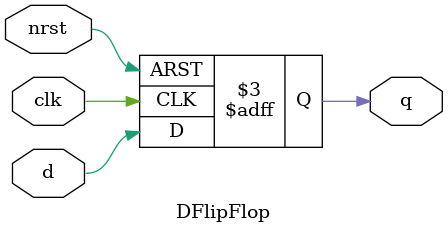
<source format=v>
`timescale 1ns / 1ns

module DFlipFlop(
    output reg q,
    input clk,
    input nrst,
    input d
);
    always @(posedge clk or negedge nrst)
    begin
        if (nrst == 1)
            q <= d;
        else
            q <= 0;
    end
endmodule

</source>
